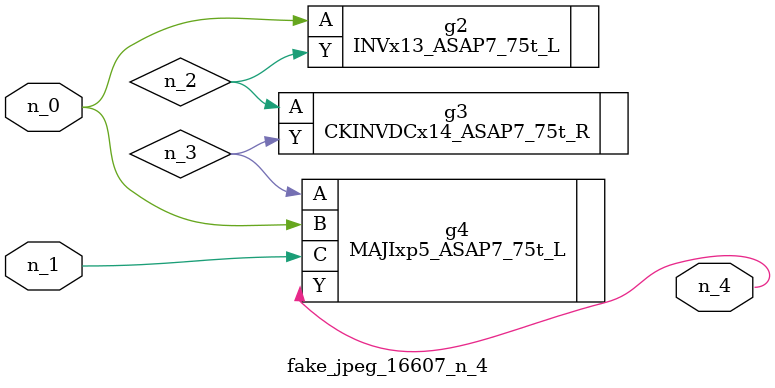
<source format=v>
module fake_jpeg_16607_n_4 (n_0, n_1, n_4);

input n_0;
input n_1;

output n_4;

wire n_2;
wire n_3;

INVx13_ASAP7_75t_L g2 ( 
.A(n_0),
.Y(n_2)
);

CKINVDCx14_ASAP7_75t_R g3 ( 
.A(n_2),
.Y(n_3)
);

MAJIxp5_ASAP7_75t_L g4 ( 
.A(n_3),
.B(n_0),
.C(n_1),
.Y(n_4)
);


endmodule
</source>
